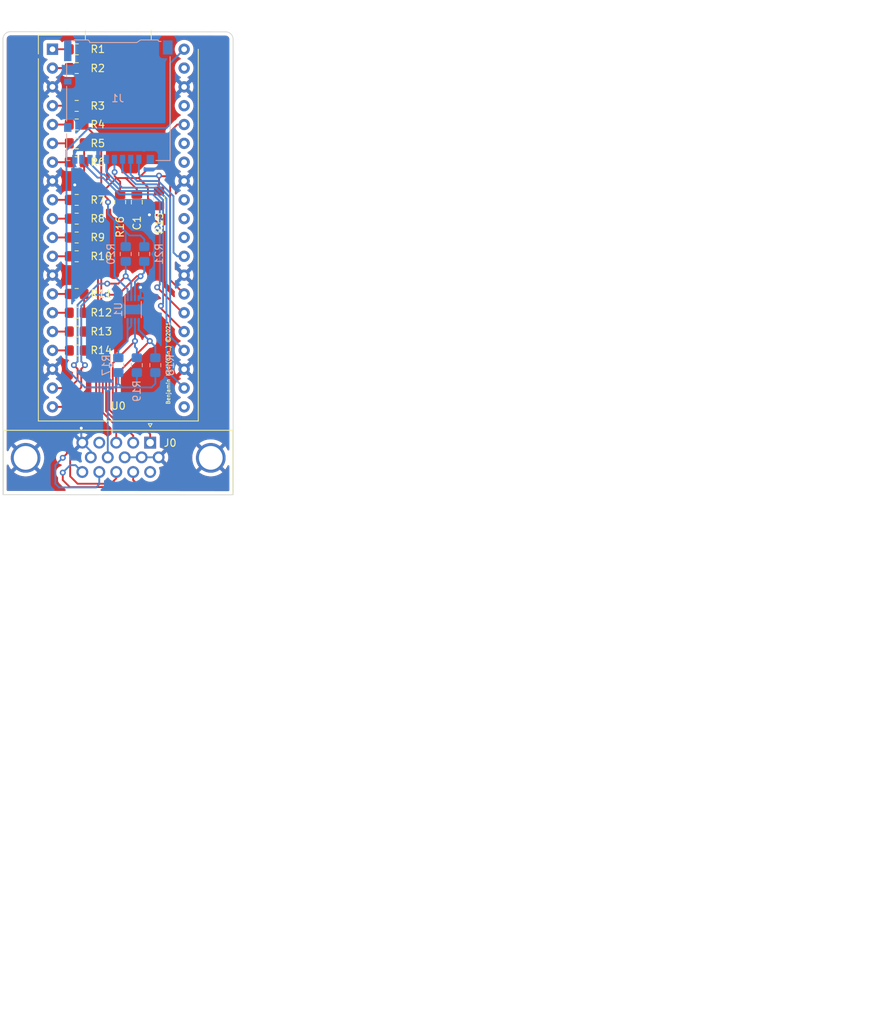
<source format=kicad_pcb>
(kicad_pcb (version 20201220) (generator pcbnew)
  (layers (0 "F.Cu" signal) (31 "B.Cu" signal) (34 "B.Paste" user) (35 "F.Paste" user) (36 "B.SilkS" user "B.Silkscreen") (37 "F.SilkS" user "F.Silkscreen") (38 "B.Mask" user) (39 "F.Mask" user) (44 "Edge.Cuts" user))
  (net 0 "")
  (net 1 "GND")
  (net 2 "+3V3")
  (net 3 "VSYNC")
  (net 4 "HSYNC")
  (net 5 "GP19")
  (net 6 "GP17")
  (net 7 "GP18")
  (net 8 "VGA_B")
  (net 9 "VGA_G")
  (net 10 "VGA_R")
  (net 11 "R0")
  (net 12 "R1")
  (net 13 "R2")
  (net 14 "R3")
  (net 15 "G0")
  (net 16 "G1")
  (net 17 "G2")
  (net 18 "G3")
  (net 19 "B0")
  (net 20 "B1")
  (net 21 "B2")
  (net 22 "B3")
  (net 23 "+5V")
  (net 24 "DCC5VDAT")
  (net 25 "no_connect_42")
  (net 26 "no_connect_41")
  (net 27 "no_connect_40")
  (net 28 "no_connect_39")
  (net 29 "no_connect_38")
  (net 30 "no_connect_37")
  (net 31 "no_connect_36")
  (net 32 "no_connect_35")
  (net 33 "no_connect_34")
  (net 34 "DCC5VCLK")
  (net 35 "Net-(U0-Pad16)")
  (net 36 "Net-(U0-Pad17)")
  (net 37 "Net-(U1-Pad7)")
  (net 38 "DCC3V3DAT")
  (net 39 "DCC3V3CLK")
  (net 40 "GP22")
  (net 41 "GP21")
  (net 42 "GP20")
  (net 43 "no_connect_43")
  (footprint "Resistor_SMD:R_0805_2012Metric_Pad1.20x1.40mm_HandSolder" (layer "F.Cu") (at 163.380343 98.426662)
    (fp_text reference "R12" (at 3.319657 -0.016662) (layer "F.SilkS"))
    (fp_text value "500")
    (pad "1" smd roundrect (at -1 0) (size 1.2 1.4) (layers "F.Cu" "F.Paste" "F.Mask") (roundrect_rratio 0.2083333333333333) (net 22 "B3"))
    (pad "2" smd roundrect (at 1 0) (size 1.2 1.4) (layers "F.Cu" "F.Paste" "F.Mask") (roundrect_rratio 0.2083333333333333) (net 8 "VGA_B"))
  )
  (footprint "Resistor_SMD:R_0805_2012Metric_Pad1.20x1.40mm_HandSolder" (layer "F.Cu") (at 163.383744 100.964363 180)
    (fp_text reference "R13" (at -3.316256 0.004363) (layer "F.SilkS"))
    (fp_text value "50")
    (pad "1" smd roundrect (at -1 0 180) (size 1.2 1.4) (layers "F.Cu" "F.Paste" "F.Mask") (roundrect_rratio 0.2083333333333333) (net 4 "HSYNC"))
    (pad "2" smd roundrect (at 1 0 180) (size 1.2 1.4) (layers "F.Cu" "F.Paste" "F.Mask") (roundrect_rratio 0.2083333333333333) (net 35 "Net-(U0-Pad16)"))
  )
  (footprint "Resistor_SMD:R_0805_2012Metric_Pad1.20x1.40mm_HandSolder" (layer "F.Cu") (at 163.37539 78.108531)
    (fp_text reference "R6" (at 2.84461 -0.008531) (layer "F.SilkS"))
    (fp_text value "2k")
    (pad "1" smd roundrect (at -1 0) (size 1.2 1.4) (layers "F.Cu" "F.Paste" "F.Mask") (roundrect_rratio 0.2083333333333333) (net 16 "G1"))
    (pad "2" smd roundrect (at 1 0) (size 1.2 1.4) (layers "F.Cu" "F.Paste" "F.Mask") (roundrect_rratio 0.2083333333333333) (net 9 "VGA_G"))
  )
  (footprint "Resistor_SMD:R_0805_2012Metric_Pad1.20x1.40mm_HandSolder" (layer "F.Cu") (at 163.383299 85.730358)
    (fp_text reference "R8" (at 2.836701 -0.000358) (layer "F.SilkS"))
    (fp_text value "499")
    (pad "1" smd roundrect (at -1 0) (size 1.2 1.4) (layers "F.Cu" "F.Paste" "F.Mask") (roundrect_rratio 0.2083333333333333) (net 18 "G3"))
    (pad "2" smd roundrect (at 1 0) (size 1.2 1.4) (layers "F.Cu" "F.Paste" "F.Mask") (roundrect_rratio 0.2083333333333333) (net 9 "VGA_G"))
  )
  (footprint "Resistor_SMD:R_0805_2012Metric_Pad1.20x1.40mm_HandSolder" (layer "F.Cu") (at 163.378463 73.019919)
    (fp_text reference "R4" (at 2.841537 0.000081) (layer "F.SilkS"))
    (fp_text value "500")
    (pad "1" smd roundrect (at -1 0) (size 1.2 1.4) (layers "F.Cu" "F.Paste" "F.Mask") (roundrect_rratio 0.2083333333333333) (net 14 "R3"))
    (pad "2" smd roundrect (at 1 0) (size 1.2 1.4) (layers "F.Cu" "F.Paste" "F.Mask") (roundrect_rratio 0.2083333333333333) (net 10 "VGA_R"))
  )
  (footprint "Resistor_SMD:R_0805_2012Metric_Pad1.20x1.40mm_HandSolder" (layer "F.Cu") (at 163.379298 95.886606)
    (fp_text reference "R11" (at 3.320702 0.003394) (layer "F.SilkS"))
    (fp_text value "1k")
    (pad "1" smd roundrect (at -1 0) (size 1.2 1.4) (layers "F.Cu" "F.Paste" "F.Mask") (roundrect_rratio 0.2083333333333333) (net 21 "B2"))
    (pad "2" smd roundrect (at 1 0) (size 1.2 1.4) (layers "F.Cu" "F.Paste" "F.Mask") (roundrect_rratio 0.2083333333333333) (net 8 "VGA_B"))
  )
  (footprint "Capacitor_SMD:C_0805_2012Metric_Pad1.18x1.45mm_HandSolder" (layer "F.Cu") (at 171.5 83.5 -90)
    (fp_text reference "C1" (at 2.82 -0.02 90) (layer "F.SilkS"))
    (fp_text value "10u")
    (pad "1" smd roundrect (at -1.0375 0 270) (size 1.175 1.45) (layers "F.Cu" "F.Paste" "F.Mask") (roundrect_rratio 0.2127659574468085) (net 2 "+3V3"))
    (pad "2" smd roundrect (at 1.0375 0 270) (size 1.175 1.45) (layers "F.Cu" "F.Paste" "F.Mask") (roundrect_rratio 0.2127659574468085) (net 1 "GND"))
  )
  (footprint "pico:raspberrypi-pico-module" (layer "F.Cu") (at 169 87)
    (fp_text reference "U0" (at 0 24) (layer "F.SilkS"))
    (fp_text value "PICO_RP2040")
    (pad "1" thru_hole rect (at -8.89 -24.13) (size 1.524 1.524) (drill 0.762) (layers *.Cu *.Mask) (net 11 "R0"))
    (pad "2" thru_hole circle (at -8.89 -21.59) (size 1.524 1.524) (drill 0.762) (layers *.Cu *.Mask) (net 12 "R1"))
    (pad "3" thru_hole circle (at -8.89 -19.05) (size 1.524 1.524) (drill 0.762) (layers *.Cu *.Mask) (net 1 "GND"))
    (pad "4" thru_hole circle (at -8.89 -16.51) (size 1.524 1.524) (drill 0.762) (layers *.Cu *.Mask) (net 13 "R2"))
    (pad "5" thru_hole circle (at -8.89 -13.97) (size 1.524 1.524) (drill 0.762) (layers *.Cu *.Mask) (net 14 "R3"))
    (pad "6" thru_hole circle (at -8.89 -11.43) (size 1.524 1.524) (drill 0.762) (layers *.Cu *.Mask) (net 15 "G0"))
    (pad "7" thru_hole circle (at -8.89 -8.89) (size 1.524 1.524) (drill 0.762) (layers *.Cu *.Mask) (net 16 "G1"))
    (pad "8" thru_hole circle (at -8.89 -6.35) (size 1.524 1.524) (drill 0.762) (layers *.Cu *.Mask) (net 1 "GND"))
    (pad "9" thru_hole circle (at -8.89 -3.81) (size 1.524 1.524) (drill 0.762) (layers *.Cu *.Mask) (net 17 "G2"))
    (pad "10" thru_hole circle (at -8.89 -1.27) (size 1.524 1.524) (drill 0.762) (layers *.Cu *.Mask) (net 18 "G3"))
    (pad "11" thru_hole circle (at -8.89 1.27) (size 1.524 1.524) (drill 0.762) (layers *.Cu *.Mask) (net 19 "B0"))
    (pad "12" thru_hole circle (at -8.89 3.81) (size 1.524 1.524) (drill 0.762) (layers *.Cu *.Mask) (net 20 "B1"))
    (pad "13" thru_hole circle (at -8.89 6.35) (size 1.524 1.524) (drill 0.762) (layers *.Cu *.Mask) (net 1 "GND"))
    (pad "14" thru_hole circle (at -8.89 8.89) (size 1.524 1.524) (drill 0.762) (layers *.Cu *.Mask) (net 21 "B2"))
    (pad "15" thru_hole circle (at -8.89 11.43) (size 1.524 1.524) (drill 0.762) (layers *.Cu *.Mask) (net 22 "B3"))
    (pad "16" thru_hole circle (at -8.89 13.97) (size 1.524 1.524) (drill 0.762) (layers *.Cu *.Mask) (net 35 "Net-(U0-Pad16)"))
    (pad "17" thru_hole circle (at -8.89 16.51) (size 1.524 1.524) (drill 0.762) (layers *.Cu *.Mask) (net 36 "Net-(U0-Pad17)"))
    (pad "18" thru_hole circle (at -8.89 19.05) (size 1.524 1.524) (drill 0.762) (layers *.Cu *.Mask) (net 1 "GND"))
    (pad "19" thru_hole circle (at -8.89 21.59) (size 1.524 1.524) (drill 0.762) (layers *.Cu *.Mask) (net 38 "DCC3V3DAT"))
    (pad "20" thru_hole circle (at -8.89 24.13) (size 1.524 1.524) (drill 0.762) (layers *.Cu *.Mask) (net 39 "DCC3V3CLK"))
    (pad "21" thru_hole circle (at 8.89 24.13) (size 1.524 1.524) (drill 0.762) (layers *.Cu *.Mask) (net 31 "no_connect_36"))
    (pad "22" thru_hole circle (at 8.89 21.59) (size 1.524 1.524) (drill 0.762) (layers *.Cu *.Mask) (net 6 "GP17"))
    (pad "23" thru_hole circle (at 8.89 19.05) (size 1.524 1.524) (drill 0.762) (layers *.Cu *.Mask) (net 1 "GND"))
    (pad "24" thru_hole circle (at 8.89 16.51) (size 1.524 1.524) (drill 0.762) (layers *.Cu *.Mask) (net 7 "GP18"))
    (pad "25" thru_hole circle (at 8.89 13.97) (size 1.524 1.524) (drill 0.762) (layers *.Cu *.Mask) (net 5 "GP19"))
    (pad "26" thru_hole circle (at 8.89 11.43) (size 1.524 1.524) (drill 0.762) (layers *.Cu *.Mask) (net 42 "GP20"))
    (pad "27" thru_hole circle (at 8.89 8.89) (size 1.524 1.524) (drill 0.762) (layers *.Cu *.Mask) (net 41 "GP21"))
    (pad "28" thru_hole circle (at 8.89 6.35) (size 1.524 1.524) (drill 0.762) (layers *.Cu *.Mask) (net 1 "GND"))
    (pad "29" thru_hole circle (at 8.89 3.81) (size 1.524 1.524) (drill 0.762) (layers *.Cu *.Mask) (net 40 "GP22"))
    (pad "30" thru_hole circle (at 8.89 1.27) (size 1.524 1.524) (drill 0.762) (layers *.Cu *.Mask) (net 30 "no_connect_37"))
    (pad "31" thru_hole circle (at 8.89 -1.27) (size 1.524 1.524) (drill 0.762) (layers *.Cu *.Mask) (net 29 "no_connect_38"))
    (pad "32" thru_hole circle (at 8.89 -3.81) (size 1.524 1.524) (drill 0.762) (layers *.Cu *.Mask) (net 28 "no_connect_39"))
    (pad "33" thru_hole circle (at 8.89 -6.35) (size 1.524 1.524) (drill 0.762) (layers *.Cu *.Mask) (net 1 "GND"))
    (pad "34" thru_hole circle (at 8.89 -8.89) (size 1.524 1.524) (drill 0.762) (layers *.Cu *.Mask) (net 27 "no_connect_40"))
    (pad "35" thru_hole circle (at 8.89 -11.43) (size 1.524 1.524) (drill 0.762) (layers *.Cu *.Mask) (net 26 "no_connect_41"))
    (pad "36" thru_hole circle (at 8.89 -13.97) (size 1.524 1.524) (drill 0.762) (layers *.Cu *.Mask) (net 2 "+3V3"))
    (pad "37" thru_hole circle (at 8.89 -16.51) (size 1.524 1.524) (drill 0.762) (layers *.Cu *.Mask) (net 25 "no_connect_42"))
    (pad "38" thru_hole circle (at 8.89 -19.05) (size 1.524 1.524) (drill 0.762) (layers *.Cu *.Mask) (net 1 "GND"))
    (pad "39" thru_hole circle (at 8.89 -21.59) (size 1.524 1.524) (drill 0.762) (layers *.Cu *.Mask) (net 43 "no_connect_43"))
    (pad "40" thru_hole circle (at 8.89 -24.13) (size 1.524 1.524) (drill 0.762) (layers *.Cu *.Mask) (net 23 "+5V"))
  )
  (footprint "Resistor_SMD:R_0805_2012Metric_Pad1.20x1.40mm_HandSolder" (layer "F.Cu") (at 169.25 83.5 -90)
    (fp_text reference "R16" (at 3.35 0.02 90) (layer "F.SilkS"))
    (fp_text value "10k")
    (pad "1" smd roundrect (at -1 0 270) (size 1.2 1.4) (layers "F.Cu" "F.Paste" "F.Mask") (roundrect_rratio 0.2083333333333333) (net 2 "+3V3"))
    (pad "2" smd roundrect (at 1 0 270) (size 1.2 1.4) (layers "F.Cu" "F.Paste" "F.Mask") (roundrect_rratio 0.2083333333333333) (net 42 "GP20"))
  )
  (footprint "Connector_Dsub:DSUB-15-HD_Female_Horizontal_P2.29x1.98mm_EdgePinOffset3.03mm_Housed_MountingHolesOffset4.94mm" (layer "F.Cu") (at 173.3 115.96)
    (fp_text reference "J0" (at 2.7 0.04) (layer "F.SilkS"))
    (fp_text value "VGA_FEMALE")
    (pad "0" thru_hole circle (at -16.815 2.05) (size 4 4) (drill 3.2) (layers *.Cu *.Mask) (net 1 "GND"))
    (pad "0" thru_hole circle (at 8.185 2.05) (size 4 4) (drill 3.2) (layers *.Cu *.Mask) (net 1 "GND"))
    (pad "1" thru_hole rect (at 0 0) (size 1.6 1.6) (drill 1) (layers *.Cu *.Mask) (net 10 "VGA_R"))
    (pad "2" thru_hole circle (at -2.29 0) (size 1.6 1.6) (drill 1) (layers *.Cu *.Mask) (net 9 "VGA_G"))
    (pad "3" thru_hole circle (at -4.58 0) (size 1.6 1.6) (drill 1) (layers *.Cu *.Mask) (net 8 "VGA_B"))
    (pad "4" thru_hole circle (at -6.87 0) (size 1.6 1.6) (drill 1) (layers *.Cu *.Mask) (net 32 "no_connect_35"))
    (pad "5" thru_hole circle (at -9.16 0) (size 1.6 1.6) (drill 1) (layers *.Cu *.Mask) (net 1 "GND"))
    (pad "6" thru_hole circle (at 1.145 1.98) (size 1.6 1.6) (drill 1) (layers *.Cu *.Mask) (net 1 "GND"))
    (pad "7" thru_hole circle (at -1.145 1.98) (size 1.6 1.6) (drill 1) (layers *.Cu *.Mask) (net 1 "GND"))
    (pad "8" thru_hole circle (at -3.435 1.98) (size 1.6 1.6) (drill 1) (layers *.Cu *.Mask) (net 1 "GND"))
    (pad "9" thru_hole circle (at -5.725 1.98) (size 1.6 1.6) (drill 1) (layers *.Cu *.Mask) (net 23 "+5V"))
    (pad "10" thru_hole circle (at -8.015 1.98) (size 1.6 1.6) (drill 1) (layers *.Cu *.Mask) (net 1 "GND"))
    (pad "11" thru_hole circle (at 0 3.96) (size 1.6 1.6) (drill 1) (layers *.Cu *.Mask) (net 33 "no_connect_34"))
    (pad "12" thru_hole circle (at -2.29 3.96) (size 1.6 1.6) (drill 1) (layers *.Cu *.Mask) (net 24 "DCC5VDAT"))
    (pad "13" thru_hole circle (at -4.58 3.96) (size 1.6 1.6) (drill 1) (layers *.Cu *.Mask) (net 4 "HSYNC"))
    (pad "14" thru_hole circle (at -6.87 3.96) (size 1.6 1.6) (drill 1) (layers *.Cu *.Mask) (net 3 "VSYNC"))
    (pad "15" thru_hole circle (at -9.16 3.96) (size 1.6 1.6) (drill 1) (layers *.Cu *.Mask) (net 34 "DCC5VCLK"))
  )
  (footprint "Resistor_SMD:R_0805_2012Metric_Pad1.20x1.40mm_HandSolder" (layer "F.Cu") (at 163.382505 65.410218)
    (fp_text reference "R2" (at 2.837495 0.029782) (layer "F.SilkS"))
    (fp_text value "2k")
    (pad "1" smd roundrect (at -1 0) (size 1.2 1.4) (layers "F.Cu" "F.Paste" "F.Mask") (roundrect_rratio 0.2083333333333333) (net 12 "R1"))
    (pad "2" smd roundrect (at 1 0) (size 1.2 1.4) (layers "F.Cu" "F.Paste" "F.Mask") (roundrect_rratio 0.2083333333333333) (net 10 "VGA_R"))
  )
  (footprint "Resistor_SMD:R_0805_2012Metric_Pad1.20x1.40mm_HandSolder" (layer "F.Cu") (at 163.39009 103.521542)
    (fp_text reference "R14" (at 3.30991 -0.031542) (layer "F.SilkS"))
    (fp_text value "50")
    (pad "1" smd roundrect (at -1 0) (size 1.2 1.4) (layers "F.Cu" "F.Paste" "F.Mask") (roundrect_rratio 0.2083333333333333) (net 36 "Net-(U0-Pad17)"))
    (pad "2" smd roundrect (at 1 0) (size 1.2 1.4) (layers "F.Cu" "F.Paste" "F.Mask") (roundrect_rratio 0.2083333333333333) (net 3 "VSYNC"))
  )
  (footprint "Resistor_SMD:R_0805_2012Metric_Pad1.20x1.40mm_HandSolder" (layer "F.Cu") (at 163.382505 70.515877)
    (fp_text reference "R3" (at 2.837495 0.004123) (layer "F.SilkS"))
    (fp_text value "1k")
    (pad "1" smd roundrect (at -1 0) (size 1.2 1.4) (layers "F.Cu" "F.Paste" "F.Mask") (roundrect_rratio 0.2083333333333333) (net 13 "R2"))
    (pad "2" smd roundrect (at 1 0) (size 1.2 1.4) (layers "F.Cu" "F.Paste" "F.Mask") (roundrect_rratio 0.2083333333333333) (net 10 "VGA_R"))
  )
  (footprint "Resistor_SMD:R_0805_2012Metric_Pad1.20x1.40mm_HandSolder" (layer "F.Cu") (at 163.381824 90.808651)
    (fp_text reference "R10" (at 3.318176 0.001349) (layer "F.SilkS"))
    (fp_text value "2k")
    (pad "1" smd roundrect (at -1 0) (size 1.2 1.4) (layers "F.Cu" "F.Paste" "F.Mask") (roundrect_rratio 0.2083333333333333) (net 20 "B1"))
    (pad "2" smd roundrect (at 1 0) (size 1.2 1.4) (layers "F.Cu" "F.Paste" "F.Mask") (roundrect_rratio 0.2083333333333333) (net 8 "VGA_B"))
  )
  (footprint "Resistor_SMD:R_0805_2012Metric_Pad1.20x1.40mm_HandSolder" (layer "F.Cu") (at 163.382505 62.880196)
    (fp_text reference "R1" (at 2.847495 -0.020196) (layer "F.SilkS"))
    (fp_text value "4k")
    (pad "1" smd roundrect (at -1 0) (size 1.2 1.4) (layers "F.Cu" "F.Paste" "F.Mask") (roundrect_rratio 0.2083333333333333) (net 11 "R0"))
    (pad "2" smd roundrect (at 1 0) (size 1.2 1.4) (layers "F.Cu" "F.Paste" "F.Mask") (roundrect_rratio 0.2083333333333333) (net 10 "VGA_R"))
  )
  (footprint "Resistor_SMD:R_0805_2012Metric_Pad1.20x1.40mm_HandSolder" (layer "F.Cu") (at 163.386041 75.569627)
    (fp_text reference "R5" (at 2.843959 0.000373) (layer "F.SilkS"))
    (fp_text value "4k")
    (pad "1" smd roundrect (at -1 0) (size 1.2 1.4) (layers "F.Cu" "F.Paste" "F.Mask") (roundrect_rratio 0.2083333333333333) (net 15 "G0"))
    (pad "2" smd roundrect (at 1 0) (size 1.2 1.4) (layers "F.Cu" "F.Paste" "F.Mask") (roundrect_rratio 0.2083333333333333) (net 9 "VGA_G"))
  )
  (footprint "Resistor_SMD:R_0805_2012Metric_Pad1.20x1.40mm_HandSolder" (layer "F.Cu") (at 163.379871 83.198224)
    (fp_text reference "R7" (at 2.840129 0.011776) (layer "F.SilkS"))
    (fp_text value "1k")
    (pad "1" smd roundrect (at -1 0) (size 1.2 1.4) (layers "F.Cu" "F.Paste" "F.Mask") (roundrect_rratio 0.2083333333333333) (net 17 "G2"))
    (pad "2" smd roundrect (at 1 0) (size 1.2 1.4) (layers "F.Cu" "F.Paste" "F.Mask") (roundrect_rratio 0.2083333333333333) (net 9 "VGA_G"))
  )
  (footprint "Resistor_SMD:R_0805_2012Metric_Pad1.20x1.40mm_HandSolder" (layer "F.Cu") (at 163.380037 88.273194)
    (fp_text reference "R9" (at 2.839963 -0.013194) (layer "F.SilkS"))
    (fp_text value "4k")
    (pad "1" smd roundrect (at -1 0) (size 1.2 1.4) (layers "F.Cu" "F.Paste" "F.Mask") (roundrect_rratio 0.2083333333333333) (net 19 "B0"))
    (pad "2" smd roundrect (at 1 0) (size 1.2 1.4) (layers "F.Cu" "F.Paste" "F.Mask") (roundrect_rratio 0.2083333333333333) (net 8 "VGA_B"))
  )
  (footprint "Resistor_SMD:R_0805_2012Metric_Pad1.20x1.40mm_HandSolder" (layer "F.Cu") (at 174.5 83 90)
    (fp_text reference "R15" (at -3.34 0.03 90) (layer "F.SilkS"))
    (fp_text value "10k")
    (pad "1" smd roundrect (at -1 0 90) (size 1.2 1.4) (layers "F.Cu" "F.Paste" "F.Mask") (roundrect_rratio 0.2083333333333333) (net 2 "+3V3"))
    (pad "2" smd roundrect (at 1 0 90) (size 1.2 1.4) (layers "F.Cu" "F.Paste" "F.Mask") (roundrect_rratio 0.2083333333333333) (net 41 "GP21"))
  )
  (footprint "Package_SO:VSSOP-8_2.3x2mm_P0.5mm" (layer "B.Cu") (at 171 98 -90)
    (fp_text reference "U1" (at 0 2 90) (layer "B.SilkS") (effects (justify mirror)))
    (fp_text value "PCA9306DC")
    (pad "1" smd rect (at -1.55 0.75) (size 0.3 0.8) (layers "B.Cu" "B.Paste" "B.Mask") (net 2 "+3V3"))
    (pad "2" smd rect (at -1.55 0.25) (size 0.3 0.8) (layers "B.Cu" "B.Paste" "B.Mask") (net 38 "DCC3V3DAT"))
    (pad "3" smd rect (at -1.55 -0.25) (size 0.3 0.8) (layers "B.Cu" "B.Paste" "B.Mask") (net 39 "DCC3V3CLK"))
    (pad "4" smd rect (at -1.55 -0.75) (size 0.3 0.8) (layers "B.Cu" "B.Paste" "B.Mask") (net 1 "GND"))
    (pad "5" smd rect (at 1.55 -0.75) (size 0.3 0.8) (layers "B.Cu" "B.Paste" "B.Mask") (net 34 "DCC5VCLK"))
    (pad "6" smd rect (at 1.55 -0.25) (size 0.3 0.8) (layers "B.Cu" "B.Paste" "B.Mask") (net 24 "DCC5VDAT"))
    (pad "7" smd rect (at 1.55 0.25) (size 0.3 0.8) (layers "B.Cu" "B.Paste" "B.Mask") (net 37 "Net-(U1-Pad7)"))
    (pad "8" smd rect (at 1.55 0.75) (size 0.3 0.8) (layers "B.Cu" "B.Paste" "B.Mask") (net 37 "Net-(U1-Pad7)"))
  )
  (footprint "Connector_Card:microSD_HC_Hirose_DM3AT-SF-PEJM5" (layer "B.Cu") (at 169 70)
    (fp_text reference "J1" (at -0.075 -0.5) (layer "B.SilkS") (effects (justify mirror)))
    (fp_text value "Micro_SD_Card")
    (pad "1" smd rect (at 2.775 7.725) (size 0.7 1.2) (layers "B.Cu" "B.Paste" "B.Mask") (net 41 "GP21"))
    (pad "2" smd rect (at 1.675 7.725) (size 0.7 1.2) (layers "B.Cu" "B.Paste" "B.Mask") (net 40 "GP22"))
    (pad "3" smd rect (at 0.575 7.725) (size 0.7 1.2) (layers "B.Cu" "B.Paste" "B.Mask") (net 7 "GP18"))
    (pad "4" smd rect (at -0.525 7.725) (size 0.7 1.2) (layers "B.Cu" "B.Paste" "B.Mask") (net 2 "+3V3"))
    (pad "5" smd rect (at -1.625 7.725) (size 0.7 1.2) (layers "B.Cu" "B.Paste" "B.Mask") (net 6 "GP17"))
    (pad "6" smd rect (at -2.725 7.725) (size 0.7 1.2) (layers "B.Cu" "B.Paste" "B.Mask") (net 1 "GND"))
    (pad "7" smd rect (at -3.825 7.725) (size 0.7 1.2) (layers "B.Cu" "B.Paste" "B.Mask") (net 5 "GP19"))
    (pad "8" smd rect (at -4.925 7.725) (size 0.7 1.2) (layers "B.Cu" "B.Paste" "B.Mask") (net 42 "GP20"))
    (pad "9" smd rect (at -5.875 7.725) (size 0.7 1.2) (layers "B.Cu" "B.Paste" "B.Mask") (net 1 "GND"))
    (pad "10" smd rect (at -6.825 -2.775) (size 1 0.8) (layers "B.Cu" "B.Paste" "B.Mask"))
    (pad "11" smd rect (at 6.675 -7.375) (size 1.3 1.9) (layers "B.Cu" "B.Paste" "B.Mask"))
    (pad "11" smd rect (at -6.825 3.425) (size 1 1.2) (layers "B.Cu" "B.Paste" "B.Mask"))
    (pad "11" smd rect (at 4.325 7.725) (size 1 1.2) (layers "B.Cu" "B.Paste" "B.Mask"))
    (pad "11" smd rect (at -6.825 -6.925) (size 1 2.8) (layers "B.Cu" "B.Paste" "B.Mask"))
  )
  (footprint "Resistor_SMD:R_0805_2012Metric_Pad1.20x1.40mm_HandSolder" (layer "B.Cu") (at 172.5 90.5 -90)
    (fp_text reference "R21" (at 0 -2 -90) (layer "B.SilkS") (effects (justify mirror)))
    (fp_text value "10k")
    (pad "1" smd roundrect (at -1 0 270) (size 1.2 1.4) (layers "B.Cu" "B.Paste" "B.Mask") (roundrect_rratio 0.208333) (net 2 "+3V3"))
    (pad "2" smd roundrect (at 1 0 270) (size 1.2 1.4) (layers "B.Cu" "B.Paste" "B.Mask") (roundrect_rratio 0.208333) (net 39 "DCC3V3CLK"))
  )
  (footprint "Resistor_SMD:R_0805_2012Metric_Pad1.20x1.40mm_HandSolder" (layer "B.Cu") (at 169 105.5 -90)
    (fp_text reference "R17" (at 0 1.65 90) (layer "B.SilkS") (effects (justify mirror)))
    (fp_text value "200k")
    (pad "1" smd roundrect (at -1 0 270) (size 1.2 1.4) (layers "B.Cu" "B.Paste" "B.Mask") (roundrect_rratio 0.208333) (net 37 "Net-(U1-Pad7)"))
    (pad "2" smd roundrect (at 1 0 270) (size 1.2 1.4) (layers "B.Cu" "B.Paste" "B.Mask") (roundrect_rratio 0.208333) (net 23 "+5V"))
  )
  (footprint "Resistor_SMD:R_0805_2012Metric_Pad1.20x1.40mm_HandSolder" (layer "B.Cu") (at 174 105.5 -90)
    (fp_text reference "R19" (at 3.5 2.5 90) (layer "B.SilkS") (effects (justify mirror)))
    (fp_text value "10k")
    (pad "1" smd roundrect (at -1 0 270) (size 1.2 1.4) (layers "B.Cu" "B.Paste" "B.Mask") (roundrect_rratio 0.208333) (net 34 "DCC5VCLK"))
    (pad "2" smd roundrect (at 1 0 270) (size 1.2 1.4) (layers "B.Cu" "B.Paste" "B.Mask") (roundrect_rratio 0.208333) (net 23 "+5V"))
  )
  (footprint "Resistor_SMD:R_0805_2012Metric_Pad1.20x1.40mm_HandSolder" (layer "B.Cu") (at 171.5 105.5 90)
    (fp_text reference "R18" (at 0 4.5 90) (layer "B.SilkS") (effects (justify mirror)))
    (fp_text value "10k")
    (pad "1" smd roundrect (at -1 0 90) (size 1.2 1.4) (layers "B.Cu" "B.Paste" "B.Mask") (roundrect_rratio 0.208333) (net 23 "+5V"))
    (pad "2" smd roundrect (at 1 0 90) (size 1.2 1.4) (layers "B.Cu" "B.Paste" "B.Mask") (roundrect_rratio 0.208333) (net 24 "DCC5VDAT"))
  )
  (footprint "Resistor_SMD:R_0805_2012Metric_Pad1.20x1.40mm_HandSolder" (layer "B.Cu") (at 170 90.5 90)
    (fp_text reference "R20" (at 0 -2 90) (layer "B.SilkS") (effects (justify mirror)))
    (fp_text value "10k")
    (pad "1" smd roundrect (at -1 0 90) (size 1.2 1.4) (layers "B.Cu" "B.Paste" "B.Mask") (roundrect_rratio 0.208333) (net 38 "DCC3V3DAT"))
    (pad "2" smd roundrect (at 1 0 90) (size 1.2 1.4) (layers "B.Cu" "B.Paste" "B.Mask") (roundrect_rratio 0.208333) (net 2 "+3V3"))
  )
  (gr_arc (start 183.499335 61.52278) (end 184.499335 61.52278) (angle -90) (layer "Edge.Cuts") (width 0.1))
  (gr_line (start 153.423404 122.97681) (end 153.423404 61.5) (layer "Edge.Cuts") (width 0.1))
  (gr_line (start 154.423404 60.5) (end 183.5 60.52319) (layer "Edge.Cuts") (width 0.1))
  (gr_line (start 184.5 123) (end 184.5 61.5) (layer "Edge.Cuts") (width 0.1))
  (gr_arc (start 154.424328 61.498635) (end 154.424328 60.498635) (angle -90) (layer "Edge.Cuts") (width 0.1))
  (gr_line (start 153.423404 122.97681) (end 184.5 123) (layer "Edge.Cuts") (width 0.1))
  (gr_text "Benjamin Kyd (b3n_) ©2021" (at 175.74 105.24 90) (layer "F.SilkS") (effects (font (size 0.5 0.5) (thickness 0.1))))
  (segment (start 171.5 84.5375) (end 172.523468 84.5375) (width 0.25) (layer "F.Cu") (net 1))
  (segment (start 172.523468 84.5375) (end 173.197119 85.211151) (width 0.25) (layer "F.Cu") (net 1))
  (via (at 164 114) (size 0.8) (drill 0.4) (layers "F.Cu" "B.Cu") (net 1))
  (via (at 163.11946 81.178525) (size 0.8) (drill 0.4) (layers "F.Cu" "B.Cu") (net 1))
  (via (at 172 95) (size 0.8) (drill 0.4) (layers "F.Cu" "B.Cu") (net 1))
  (via (at 173.197119 85.211151) (size 0.8) (drill 0.4) (layers "F.Cu" "B.Cu") (net 1))
  (segment (start 172 95) (end 172 96.2) (width 0.25) (layer "B.Cu") (net 1))
  (segment (start 164 115) (end 164 114) (width 0.25) (layer "B.Cu") (net 1))
  (segment (start 172 96.2) (end 171.75 96.45) (width 0.25) (layer "B.Cu") (net 1))
  (segment (start 165.285 117.105) (end 164.14 115.96) (width 0.25) (layer "B.Cu") (net 1))
  (segment (start 163.125 81.172985) (end 163.11946 81.178525) (width 0.25) (layer "B.Cu") (net 1))
  (segment (start 164 115.82) (end 164 114) (width 0.25) (layer "B.Cu") (net 1))
  (segment (start 165.285 117.94) (end 165.285 117.105) (width 0.25) (layer "B.Cu") (net 1))
  (segment (start 172.155 117.94) (end 169.865 117.94) (width 0.25) (layer "B.Cu") (net 1))
  (segment (start 164.14 115.96) (end 164 115.82) (width 0.25) (layer "B.Cu") (net 1))
  (segment (start 174.445 117.94) (end 172.155 117.94) (width 0.25) (layer "B.Cu") (net 1))
  (segment (start 163.125 77.725) (end 163.125 81.172985) (width 0.25) (layer "B.Cu") (net 1))
  (segment (start 173 79) (end 175.5 79) (width 0.25) (layer "F.Cu") (net 2))
  (segment (start 175.5 79) (end 176 78.5) (width 0.25) (layer "F.Cu") (net 2))
  (segment (start 171.75 80.25) (end 173 79) (width 0.25) (layer "F.Cu") (net 2))
  (segment (start 171.5 81.75) (end 171.5 82.4625) (width 0.25) (layer "F.Cu") (net 2))
  (segment (start 168.75 80.25) (end 170 80.25) (width 0.25) (layer "F.Cu") (net 2))
  (segment (start 168.5 80) (end 168.75 80.25) (width 0.25) (layer "F.Cu") (net 2))
  (segment (start 176 74) (end 176.97 73.03) (width 0.25) (layer "F.Cu") (net 2))
  (segment (start 167.15004 81.84996) (end 168.75 80.25) (width 0.25) (layer "F.Cu") (net 2))
  (segment (start 170 80.25) (end 171.5 81.75) (width 0.25) (layer "F.Cu") (net 2))
  (segment (start 167.609999 83.5) (end 167.609999 83.109999) (width 0.25) (layer "F.Cu") (net 2))
  (segment (start 172 80.5) (end 172.5 81) (width 0.25) (layer "F.Cu") (net 2))
  (segment (start 170 80.25) (end 171.75 80.25) (width 0.25) (layer "F.Cu") (net 2))
  (segment (start 174 84) (end 174.5 84) (width 0.25) (layer "F.Cu") (net 2))
  (segment (start 169.25 80.75) (end 169.25 82.5) (width 0.25) (layer "F.Cu") (net 2))
  (segment (start 176.97 73.03) (end 177.89 73.03) (width 0.25) (layer "F.Cu") (net 2))
  (segment (start 173 83) (end 174 84) (width 0.25) (layer "F.Cu") (net 2))
  (segment (start 167.609999 83.109999) (end 167.15004 82.65004) (width 0.25) (layer "F.Cu") (net 2))
  (segment (start 168.75 80.25) (end 169.25 80.75) (width 0.25) (layer "F.Cu") (net 2))
  (segment (start 167.15004 82.65004) (end 167.15004 81.84996) (width 0.25) (layer "F.Cu") (net 2))
  (segment (start 168.5 79.45) (end 168.5 80) (width 0.25) (layer "F.Cu") (net 2))
  (segment (start 171.75 80.25) (end 172 80.5) (width 0.25) (layer "F.Cu") (net 2))
  (segment (start 176 78.5) (end 176 74) (width 0.25) (layer "F.Cu") (net 2))
  (segment (start 173 81.5) (end 173 83) (width 0.25) (layer "F.Cu") (net 2))
  (segment (start 172 80.5) (end 173 81.5) (width 0.25) (layer "F.Cu") (net 2))
  (via (at 168.5 79.45) (size 0.8) (drill 0.4) (layers "F.Cu" "B.Cu") (net 2))
  (via (at 167.609999 83.5) (size 0.8) (drill 0.4) (layers "F.Cu" "B.Cu") (net 2))
  (segment (start 172 88) (end 172.5 88.5) (width 0.25) (layer "B.Cu") (net 2))
  (segment (start 170 87.5) (end 170 89.5) (width 0.25) (layer "B.Cu") (net 2))
  (segment (start 168.5 86) (end 168.5 93.5) (width 0.25) (layer "B.Cu") (net 2))
  (segment (start 167.609999 85.109999) (end 168.5 86) (width 0.25) (layer "B.Cu") (net 2))
  (segment (start 170.25 95.25) (end 170.25 96.25) (width 0.25) (layer "B.Cu") (net 2))
  (segment (start 170.25 96.25) (end 170.25 96.45) (width 0.25) (layer "B.Cu") (net 2))
  (segment (start 168.5 86) (end 170 87.5) (width 0.25) (layer "B.Cu") (net 2))
  (segment (start 168.475 79.425) (end 168.5 79.45) (width 0.25) (layer "B.Cu") (net 2))
  (segment (start 167.609999 83.5) (end 167.609999 85.109999) (width 0.25) (layer "B.Cu") (net 2))
  (segment (start 170.5 88) (end 172 88) (width 0.25) (layer "B.Cu") (net 2))
  (segment (start 172.5 88.5) (end 172.5 89.5) (width 0.25) (layer "B.Cu") (net 2))
  (segment (start 170 87.5) (end 170.5 88) (width 0.25) (layer "B.Cu") (net 2))
  (segment (start 170.25 95.75) (end 170.25 96.25) (width 0.25) (layer "B.Cu") (net 2))
  (segment (start 168.475 77.725) (end 168.475 79.425) (width 0.25) (layer "B.Cu") (net 2))
  (segment (start 168.5 93.5) (end 170.25 95.25) (width 0.25) (layer "B.Cu") (net 2))
  (segment (start 165 112.25) (end 163.590728 112.25) (width 0.25) (layer "F.Cu") (net 3))
  (segment (start 165.271542 103.521542) (end 166 104.25) (width 0.25) (layer "F.Cu") (net 3))
  (segment (start 163.590728 112.25) (end 162.04998 113.790748) (width 0.25) (layer "F.Cu") (net 3))
  (segment (start 166 111.25) (end 165 112.25) (width 0.25) (layer "F.Cu") (net 3))
  (segment (start 162.04998 113.790748) (end 162.04998 117.45002) (width 0.25) (layer "F.Cu") (net 3))
  (segment (start 164.39009 103.521542) (end 165.271542 103.521542) (width 0.25) (layer "F.Cu") (net 3))
  (segment (start 162.04998 117.45002) (end 161.5 118) (width 0.25) (layer "F.Cu") (net 3))
  (segment (start 166 104.25) (end 166 111.25) (width 0.25) (layer "F.Cu") (net 3))
  (via (at 161.5 118) (size 0.8) (drill 0.4) (layers "F.Cu" "B.Cu") (net 3))
  (segment (start 160.5 119) (end 160.5 121.5) (width 0.25) (layer "B.Cu") (net 3))
  (segment (start 161.5 118) (end 160.5 119) (width 0.25) (layer "B.Cu") (net 3))
  (segment (start 161 122) (end 166 122) (width 0.25) (layer "B.Cu") (net 3))
  (segment (start 166 122) (end 166.43 121.57) (width 0.25) (layer "B.Cu") (net 3))
  (segment (start 160.5 121.5) (end 161 122) (width 0.25) (layer "B.Cu") (net 3))
  (segment (start 166.43 121.57) (end 166.43 119.92) (width 0.25) (layer "B.Cu") (net 3))
  (segment (start 163.5 121.5) (end 168 121.5) (width 0.25) (layer "F.Cu") (net 4))
  (segment (start 166.450019 111.436405) (end 165.186404 112.70002) (width 0.25) (layer "F.Cu") (net 4))
  (segment (start 164.383744 100.964363) (end 166 102.580619) (width 0.25) (layer "F.Cu") (net 4))
  (segment (start 166 103.613576) (end 166.45002 104.063596) (width 0.25) (layer "F.Cu") (net 4))
  (segment (start 165.186404 112.70002) (end 163.777132 112.70002) (width 0.25) (layer "F.Cu") (net 4))
  (segment (start 162.5 113.977152) (end 162.500001 120.500001) (width 0.25) (layer "F.Cu") (net 4))
  (segment (start 166.45002 104.063596) (end 166.450019 111.436405) (width 0.25) (layer "F.Cu") (net 4))
  (segment (start 162.500001 120.500001) (end 163.5 121.5) (width 0.25) (layer "F.Cu") (net 4))
  (segment (start 168 121.5) (end 168.72 120.78) (width 0.25) (layer "F.Cu") (net 4))
  (segment (start 163.777132 112.70002) (end 162.5 113.977152) (width 0.25) (layer "F.Cu") (net 4))
  (segment (start 166 102.580619) (end 166 103.613576) (width 0.25) (layer "F.Cu") (net 4))
  (segment (start 168.72 120.78) (end 168.72 119.92) (width 0.25) (layer "F.Cu") (net 4))
  (segment (start 174.75 97.5) (end 174.75 97.83) (width 0.25) (layer "F.Cu") (net 5))
  (segment (start 174.75 97.83) (end 177.89 100.97) (width 0.25) (layer "F.Cu") (net 5))
  (via (at 174.75 97.5) (size 0.8) (drill 0.4) (layers "F.Cu" "B.Cu") (net 5))
  (segment (start 167.090559 79.75) (end 169.340619 82.00006) (width 0.25) (layer "B.Cu") (net 5))
  (segment (start 175.04998 97.20002) (end 174.75 97.5) (width 0.25) (layer "B.Cu") (net 5))
  (segment (start 165.175 78.25) (end 166.675 79.75) (width 0.25) (layer "B.Cu") (net 5))
  (segment (start 175.04998 83.209252) (end 175.04998 97.20002) (width 0.25) (layer "B.Cu") (net 5))
  (segment (start 173.840788 82.00006) (end 175.04998 83.209252) (width 0.25) (layer "B.Cu") (net 5))
  (segment (start 166.675 79.75) (end 167.090559 79.75) (width 0.25) (layer "B.Cu") (net 5))
  (segment (start 169.340619 82.00006) (end 173.840788 82.00006) (width 0.25) (layer "B.Cu") (net 5))
  (segment (start 167.375 77.725) (end 167.375 79.398017) (width 0.25) (layer "B.Cu") (net 6))
  (segment (start 174.027192 81.55004) (end 175.5 83.022848) (width 0.25) (layer "B.Cu") (net 6))
  (segment (start 175.5 106.2) (end 177.89 108.59) (width 0.25) (layer "B.Cu") (net 6))
  (segment (start 175.5 83.022848) (end 175.5 106.2) (width 0.25) (layer "B.Cu") (net 6))
  (segment (start 167.375 79.398017) (end 169.527023 81.55004) (width 0.25) (layer "B.Cu") (net 6))
  (segment (start 169.527023 81.55004) (end 174.027192 81.55004) (width 0.25) (layer "B.Cu") (net 6))
  (segment (start 169.575 77.725) (end 169.575 78.16002) (width 0.25) (layer "B.Cu") (net 7))
  (segment (start 171.363596 81.10002) (end 174.213596 81.10002) (width 0.25) (layer "B.Cu") (net 7))
  (segment (start 174.213596 81.10002) (end 176 82.886424) (width 0.25) (layer "B.Cu") (net 7))
  (segment (start 176 82.886424) (end 176 101.62) (width 0.25) (layer "B.Cu") (net 7))
  (segment (start 169.575 79.311424) (end 171.363596 81.10002) (width 0.25) (layer "B.Cu") (net 7))
  (segment (start 169.575 77.725) (end 169.575 79.311424) (width 0.25) (layer "B.Cu") (net 7))
  (segment (start 176 101.62) (end 177.89 103.51) (width 0.25) (layer "B.Cu") (net 7))
  (segment (start 168.72 113.72) (end 168.72 115.96) (width 0.25) (layer "F.Cu") (net 8))
  (segment (start 165.426662 98.426662) (end 166.5 99.5) (width 0.25) (layer "F.Cu") (net 8))
  (segment (start 166.90004 111.90004) (end 168.72 113.72) (width 0.25) (layer "F.Cu") (net 8))
  (segment (start 166.5 103.477152) (end 166.90004 103.877192) (width 0.25) (layer "F.Cu") (net 8))
  (segment (start 164.379298 95.886606) (end 164.379298 98.425617) (width 0.25) (layer "F.Cu") (net 8))
  (segment (start 164.381824 95.88408) (end 164.379298 95.886606) (width 0.25) (layer "F.Cu") (net 8))
  (segment (start 164.380037 88.273194) (end 164.380037 90.806864) (width 0.25) (layer "F.Cu") (net 8))
  (segment (start 166.5 99.5) (end 166.5 103.477152) (width 0.25) (layer "F.Cu") (net 8))
  (segment (start 164.380343 98.426662) (end 165.426662 98.426662) (width 0.25) (layer "F.Cu") (net 8))
  (segment (start 164.381824 90.808651) (end 164.381824 95.88408) (width 0.25) (layer "F.Cu") (net 8))
  (segment (start 166.90004 103.877192) (end 166.90004 111.90004) (width 0.25) (layer "F.Cu") (net 8))
  (segment (start 164.380037 90.806864) (end 164.381824 90.808651) (width 0.25) (layer "F.Cu") (net 8))
  (segment (start 164.379298 98.425617) (end 164.380343 98.426662) (width 0.25) (layer "F.Cu") (net 8))
  (segment (start 166.95002 103.290748) (end 167.35006 103.690788) (width 0.25) (layer "F.Cu") (net 9))
  (segment (start 169.533596 113.533596) (end 171.01 115.01) (width 0.25) (layer "F.Cu") (net 9))
  (segment (start 171.01 115.01) (end 171.01 115.96) (width 0.25) (layer "F.Cu") (net 9))
  (segment (start 169.17002 113.533596) (end 169.533596 113.533596) (width 0.25) (layer "F.Cu") (net 9))
  (segment (start 164.37539 78.108531) (end 164.37539 83.193743) (width 0.25) (layer "F.Cu") (net 9))
  (segment (start 167.35006 111.713636) (end 169.17002 113.533596) (width 0.25) (layer "F.Cu") (net 9))
  (segment (start 164.379871 83.198224) (end 164.379871 85.72693) (width 0.25) (layer "F.Cu") (net 9))
  (segment (start 164.386041 75.569627) (end 164.386041 78.09788) (width 0.25) (layer "F.Cu") (net 9))
  (segment (start 166.25 87) (end 166.25 98.613576) (width 0.25) (layer "F.Cu") (net 9))
  (segment (start 164.379871 85.72693) (end 164.383299 85.730358) (width 0.25) (layer "F.Cu") (net 9))
  (segment (start 164.980358 85.730358) (end 166.25 87) (width 0.25) (layer "F.Cu") (net 9))
  (segment (start 166.95002 99.313596) (end 166.95002 103.290748) (width 0.25) (layer "F.Cu") (net 9))
  (segment (start 164.37539 83.193743) (end 164.379871 83.198224) (width 0.25) (layer "F.Cu") (net 9))
  (segment (start 164.386041 78.09788) (end 164.37539 78.108531) (width 0.25) (layer "F.Cu") (net 9))
  (segment (start 166.25 98.613576) (end 166.95002 99.313596) (width 0.25) (layer "F.Cu") (net 9))
  (segment (start 167.35006 103.690788) (end 167.35006 111.713636) (width 0.25) (layer "F.Cu") (net 9))
  (segment (start 164.383299 85.730358) (end 164.980358 85.730358) (width 0.25) (layer "F.Cu") (net 9))
  (segment (start 164.382505 62.880196) (end 164.382505 65.410218) (width 0.25) (layer "F.Cu") (net 10))
  (segment (start 167.40004 103.104344) (end 167.400039 99.127191) (width 0.25) (layer "F.Cu") (net 10))
  (segment (start 167.400039 99.127191) (end 166.70002 98.427172) (width 0.25) (layer "F.Cu") (net 10))
  (segment (start 169.72 113.083576) (end 169.356424 113.083576) (width 0.25) (layer "F.Cu") (net 10))
  (segment (start 164.378463 73.019919) (end 164.378463 70.519919) (width 0.25) (layer "F.Cu") (net 10))
  (segment (start 167.800079 103.504383) (end 167.40004 103.104344) (width 0.25) (layer "F.Cu") (net 10))
  (segment (start 164.378463 70.519919) (end 164.382505 70.515877) (width 0.25) (layer "F.Cu") (net 10))
  (segment (start 172.5 114) (end 170.636424 114) (width 0.25) (layer "F.Cu") (net 10))
  (segment (start 166.70002 75.341476) (end 164.378463 73.019919) (width 0.25) (layer "F.Cu") (net 10))
  (segment (start 173.3 115.96) (end 173.3 114.8) (width 0.25) (layer "F.Cu") (net 10))
  (segment (start 164.382505 70.515877) (end 164.382505 65.410218) (width 0.25) (layer "F.Cu") (net 10))
  (segment (start 166.70002 98.427172) (end 166.70002 75.341476) (width 0.25) (layer "F.Cu") (net 10))
  (segment (start 169.356424 113.083576) (end 167.800079 111.527231) (width 0.25) (layer "F.Cu") (net 10))
  (segment (start 170.636424 114) (end 169.72 113.083576) (width 0.25) (layer "F.Cu") (net 10))
  (segment (start 167.800079 111.527231) (end 167.800079 103.504383) (width 0.25) (layer "F.Cu") (net 10))
  (segment (start 173.3 114.8) (end 172.5 114) (width 0.25) (layer "F.Cu") (net 10))
  (segment (start 160.11 62.87) (end 162.372309 62.87) (width 0.25) (layer "F.Cu") (net 11))
  (segment (start 162.372309 62.87) (end 162.382505 62.880196) (width 0.25) (layer "F.Cu") (net 11))
  (segment (start 162.382287 65.41) (end 162.382505 65.410218) (width 0.25) (layer "F.Cu") (net 12))
  (segment (start 160.11 65.41) (end 162.382287 65.41) (width 0.25) (layer "F.Cu") (net 12))
  (segment (start 160.11 70.49) (end 162.356628 70.49) (width 0.25) (layer "F.Cu") (net 13))
  (segment (start 162.356628 70.49) (end 162.382505 70.515877) (width 0.25) (layer "F.Cu") (net 13))
  (segment (start 162.368382 73.03) (end 162.378463 73.019919) (width 0.25) (layer "F.Cu") (net 14))
  (segment (start 160.11 73.03) (end 162.368382 73.03) (width 0.25) (layer "F.Cu") (net 14))
  (segment (start 160.11 75.57) (end 162.385668 75.57) (width 0.25) (layer "F.Cu") (net 15))
  (segment (start 162.385668 75.57) (end 162.386041 75.569627) (width 0.25) (layer "F.Cu") (net 15))
  (segment (start 162.373921 78.11) (end 162.37539 78.108531) (width 0.25) (layer "F.Cu") (net 16))
  (segment (start 160.11 78.11) (end 162.373921 78.11) (width 0.25) (layer "F.Cu") (net 16))
  (segment (start 160.11 83.19) (end 162.371647 83.19) (width 0.25) (layer "F.Cu") (net 17))
  (segment (start 162.371647 83.19) (end 162.379871 83.198224) (width 0.25) (layer "F.Cu") (net 17))
  (segment (start 160.11 85.73) (end 162.382941 85.73) (width 0.25) (layer "F.Cu") (net 18))
  (segment (start 162.382941 85.73) (end 162.383299 85.730358) (width 0.25) (layer "F.Cu") (net 18))
  (segment (start 162.376843 88.27) (end 162.380037 88.273194) (width 0.25) (layer "F.Cu") (net 19))
  (segment (start 160.11 88.27) (end 162.376843 88.27) (width 0.25) (layer "F.Cu") (net 19))
  (segment (start 162.380475 90.81) (end 162.381824 90.808651) (width 0.25) (layer "F.Cu") (net 20))
  (segment (start 160.11 90.81) (end 162.380475 90.81) (width 0.25) (layer "F.Cu") (net 20))
  (segment (start 160.11 95.89) (end 162.375904 95.89) (width 0.25) (layer "F.Cu") (net 21))
  (segment (start 162.375904 95.89) (end 162.379298 95.886606) (width 0.25) (layer "F.Cu") (net 21))
  (segment (start 160.11 98.43) (end 162.377005 98.43) (width 0.25) (layer "F.Cu") (net 22))
  (segment (start 162.377005 98.43) (end 162.380343 98.426662) (width 0.25) (layer "F.Cu") (net 22))
  (segment (start 175.5 73.5) (end 165 73.5) (width 0.25) (layer "B.Cu") (net 23))
  (segment (start 162 106) (end 164.5 108.5) (width 0.25) (layer "B.Cu") (net 23))
  (segment (start 173.5 108.5) (end 174 108) (width 0.25) (layer "B.Cu") (net 23))
  (segment (start 167.575 117.94) (end 167.575 109.075) (width 0.25) (layer "B.Cu") (net 23))
  (segment (start 174 108) (end 174 106.5) (width 0.25) (layer "B.Cu") (net 23))
  (segment (start 171.5 108) (end 171 108.5) (width 0.25) (layer "B.Cu") (net 23))
  (segment (start 171.5 106.5) (end 171.5 108) (width 0.25) (layer "B.Cu") (net 23))
  (segment (start 168.5 108.5) (end 169.5 108.5) (width 0.25) (layer "B.Cu") (net 23))
  (segment (start 168.15 108.5) (end 168.5 108.5) (width 0.25) (layer "B.Cu") (net 23))
  (segment (start 172 108.5) (end 173.5 108.5) (width 0.25) (layer "B.Cu") (net 23))
  (segment (start 162 76.5) (end 162 106) (width 0.25) (layer "B.Cu") (net 23))
  (segment (start 176 73) (end 175.5 73.5) (width 0.25) (layer "B.Cu") (net 23))
  (segment (start 177.89 62.87) (end 176 64.760001) (width 0.25) (layer "B.Cu") (net 23))
  (segment (start 176 64.760001) (end 176 73) (width 0.25) (layer "B.Cu") (net 23))
  (segment (start 169 108) (end 169 106.5) (width 0.25) (layer "B.Cu") (net 23))
  (segment (start 169.5 108.5) (end 172 108.5) (width 0.25) (layer "B.Cu") (net 23))
  (segment (start 168.5 108.5) (end 169 108) (width 0.25) (layer "B.Cu") (net 23))
  (segment (start 171.5 108) (end 172 108.5) (width 0.25) (layer "B.Cu") (net 23))
  (segment (start 169 108) (end 169.5 108.5) (width 0.25) (layer "B.Cu") (net 23))
  (segment (start 164.5 108.5) (end 167 108.5) (width 0.25) (layer "B.Cu") (net 23))
  (segment (start 165 73.5) (end 162 76.5) (width 0.25) (layer "B.Cu") (net 23))
  (segment (start 167.575 109.075) (end 167 108.5) (width 0.25) (layer "B.Cu") (net 23))
  (segment (start 167 108.5) (end 168.5 108.5) (width 0.25) (layer "B.Cu") (net 23))
  (segment (start 167.575 109.075) (end 168.15 108.5) (width 0.25) (layer "B.Cu") (net 23))
  (segment (start 169 107.5) (end 169 106.5) (width 0.25) (layer "B.Cu") (net 23))
  (segment (start 171.01 121.01) (end 171.01 119.92) (width 0.25) (layer "F.Cu") (net 24))
  (segment (start 176.5 121.5) (end 171.5 121.5) (width 0.25) (layer "F.Cu") (net 24))
  (segment (start 177 121) (end 176.5 121.5) (width 0.25) (layer "F.Cu") (net 24))
  (segment (start 168.250099 105.249901) (end 168.250099 111.250099) (width 0.25) (layer "F.Cu") (net 24))
  (segment (start 171.5 121.5) (end 171.01 121.01) (width 0.25) (layer "F.Cu") (net 24))
  (segment (start 176 113.5) (end 177 114.5) (width 0.25) (layer "F.Cu") (net 24))
  (segment (start 169.633556 112.633556) (end 170.133556 112.633556) (width 0.25) (layer "F.Cu") (net 24))
  (segment (start 177 114.5) (end 177 121) (width 0.25) (layer "F.Cu") (net 24))
  (segment (start 168.250099 111.250099) (end 169.633556 112.633556) (width 0.25) (layer "F.Cu") (net 24))
  (segment (start 171.25 102.25) (end 168.250099 105.249901) (width 0.25) (layer "F.Cu") (net 24))
  (segment (start 170.133556 112.633556) (end 171 113.5) (width 0.25) (layer "F.Cu") (net 24))
  (segment (start 171 113.5) (end 176 113.5) (width 0.25) (layer "F.Cu") (net 24))
  (via (at 171.25 102.25) (size 0.8) (drill 0.4) (layers "F.Cu" "B.Cu") (net 24))
  (segment (start 171.25 102.25) (end 171.25 99.55) (width 0.25) (layer "B.Cu") (net 24))
  (segment (start 171.5 103.287285) (end 171.25 103.037285) (width 0.25) (layer "B.Cu") (net 24))
  (segment (start 171.5 104.5) (end 171.5 103.287285) (width 0.25) (layer "B.Cu") (net 24))
  (segment (start 171.25 103.037285) (end 171.25 102.25) (width 0.25) (layer "B.Cu") (net 24))
  (segment (start 168.700119 111.063695) (end 169.81996 112.183536) (width 0.25) (layer "F.Cu") (net 34))
  (segment (start 162.45002 121.95002) (end 161.5 121) (width 0.25) (layer "F.Cu") (net 34))
  (segment (start 176.686404 121.95002) (end 162.45002 121.95002) (width 0.25) (layer "F.Cu") (net 34))
  (segment (start 170.319961 112.183537) (end 171.186404 113.04998) (width 0.25) (layer "F.Cu") (net 34))
  (segment (start 177.45002 114.313596) (end 177.45002 121.186404) (width 0.25) (layer "F.Cu") (net 34))
  (segment (start 169.81996 112.183536) (end 170.319961 112.183537) (width 0.25) (layer "F.Cu") (net 34))
  (segment (start 168.700119 106.799881) (end 168.700119 111.063695) (width 0.25) (layer "F.Cu") (net 34))
  (segment (start 171.186404 113.04998) (end 176.186405 113.049981) (width 0.25) (layer "F.Cu") (net 34))
  (segment (start 161.5 121) (end 161.5 120) (width 0.25) (layer "F.Cu") (net 34))
  (segment (start 173.25 102.25) (end 168.700119 106.799881) (width 0.25) (layer "F.Cu") (net 34))
  (segment (start 176.186405 113.049981) (end 177.45002 114.313596) (width 0.25) (layer "F.Cu") (net 34))
  (segment (start 177.45002 121.186404) (end 176.686404 121.95002) (width 0.25) (layer "F.Cu") (net 34))
  (via (at 173.25 102.25) (size 0.8) (drill 0.4) (layers "F.Cu" "B.Cu") (net 34))
  (via (at 161.5 120) (size 0.8) (drill 0.4) (layers "F.Cu" "B.Cu") (net 34))
  (segment (start 174 103) (end 173.25 102.25) (width 0.25) (layer "B.Cu") (net 34))
  (segment (start 162.5 119) (end 163.22 119) (width 0.25) (layer "B.Cu") (net 34))
  (segment (start 161.5 120) (end 162.5 119) (width 0.25) (layer "B.Cu") (net 34))
  (segment (start 173.25 102.25) (end 171.75 100.75) (width 0.25) (layer "B.Cu") (net 34))
  (segment (start 163.22 119) (end 164.14 119.92) (width 0.25) (layer "B.Cu") (net 34))
  (segment (start 174 104.5) (end 174 103) (width 0.25) (layer "B.Cu") (net 34))
  (segment (start 171.75 100.75) (end 171.75 99.55) (width 0.25) (layer "B.Cu") (net 34))
  (segment (start 160.11 100.97) (end 162.378107 100.97) (width 0.25) (layer "F.Cu") (net 35))
  (segment (start 162.378107 100.97) (end 162.383744 100.964363) (width 0.25) (layer "F.Cu") (net 35))
  (segment (start 160.11 103.51) (end 162.378548 103.51) (width 0.25) (layer "F.Cu") (net 36))
  (segment (start 162.378548 103.51) (end 162.39009 103.521542) (width 0.25) (layer "F.Cu") (net 36))
  (segment (start 170.25 100.75) (end 170.75 100.25) (width 0.25) (layer "B.Cu") (net 37))
  (segment (start 169 103.5) (end 170.25 102.25) (width 0.25) (layer "B.Cu") (net 37))
  (segment (start 170.25 102.25) (end 170.25 100.75) (width 0.25) (layer "B.Cu") (net 37))
  (segment (start 169 104.5) (end 169 103.5) (width 0.25) (layer "B.Cu") (net 37))
  (segment (start 170.25 100.75) (end 170.25 99.55) (width 0.25) (layer "B.Cu") (net 37))
  (segment (start 170.75 100.25) (end 170.75 99.55) (width 0.25) (layer "B.Cu") (net 37))
  (segment (start 163.5 107.5) (end 163.5 106) (width 0.25) (layer "F.Cu") (net 38))
  (segment (start 162.41 108.59) (end 163.5 107.5) (width 0.25) (layer "F.Cu") (net 38))
  (segment (start 167.5 94.5) (end 169 94.5) (width 0.25) (layer "F.Cu") (net 38))
  (segment (start 160.11 108.59) (end 162.41 108.59) (width 0.25) (layer "F.Cu") (net 38))
  (segment (start 163.5 106) (end 163 105.5) (width 0.25) (layer "F.Cu") (net 38))
  (segment (start 169 94.5) (end 170 93.5) (width 0.25) (layer "F.Cu") (net 38))
  (via (at 167.5 94.5) (size 0.8) (drill 0.4) (layers "F.Cu" "B.Cu") (net 38))
  (via (at 163 105.5) (size 0.8) (drill 0.4) (layers "F.Cu" "B.Cu") (net 38))
  (via (at 170 93.5) (size 0.8) (drill 0.4) (layers "F.Cu" "B.Cu") (net 38))
  (segment (start 170 93.5) (end 170.5 94) (width 0.25) (layer "B.Cu") (net 38))
  (segment (start 170 93.5) (end 170.75 94.25) (width 0.25) (layer "B.Cu") (net 38))
  (segment (start 170.75 94.25) (end 170.75 95.25) (width 0.25) (layer "B.Cu") (net 38))
  (segment (start 163.5 97.363576) (end 166.363576 94.5) (width 0.25) (layer "B.Cu") (net 38))
  (segment (start 170 91.5) (end 170 93.5) (width 0.25) (layer "B.Cu") (net 38))
  (segment (start 170.75 94.25) (end 170.75 96.45) (width 0.25) (layer "B.Cu") (net 38))
  (segment (start 166.363576 94.5) (end 167.5 94.5) (width 0.25) (layer "B.Cu") (net 38))
  (segment (start 163 105.5) (end 163.5 105) (width 0.25) (layer "B.Cu") (net 38))
  (segment (start 160.11 108.59) (end 160.27 108.75) (width 0.25) (layer "B.Cu") (net 38))
  (segment (start 163.5 105) (end 163.5 104) (width 0.25) (layer "B.Cu") (net 38))
  (segment (start 163.5 104) (end 163.5 97.363576) (width 0.25) (layer "B.Cu") (net 38))
  (segment (start 161.37 111.13) (end 164 108.5) (width 0.25) (layer "F.Cu") (net 39))
  (segment (start 169 96) (end 171.5 93.5) (width 0.25) (layer "F.Cu") (net 39))
  (segment (start 164 108.5) (end 164 106) (width 0.25) (layer "F.Cu") (net 39))
  (segment (start 167.5 96) (end 169 96) (width 0.25) (layer "F.Cu") (net 39))
  (segment (start 160.11 111.13) (end 161.37 111.13) (width 0.25) (layer "F.Cu") (net 39))
  (segment (start 164 106) (end 164.5 105.5) (width 0.25) (layer "F.Cu") (net 39))
  (segment (start 160.11 111.13) (end 160.87 111.13) (width 0.25) (layer "F.Cu") (net 39))
  (segment (start 171.5 93.5) (end 172 93.5) (width 0.25) (layer "F.Cu") (net 39))
  (via (at 172 93.5) (size 0.8) (drill 0.4) (layers "F.Cu" "B.Cu") (net 39))
  (via (at 167.5 96) (size 0.8) (drill 0.4) (layers "F.Cu" "B.Cu") (net 39))
  (via (at 164.5 105.5) (size 0.8) (drill 0.4) (layers "F.Cu" "B.Cu") (net 39))
  (segment (start 172.5 93) (end 172 93.5) (width 0.25) (layer "B.Cu") (net 39))
  (segment (start 172 93.5) (end 171.25 94.25) (width 0.25) (layer "B.Cu") (net 39))
  (segment (start 164.5 105.5) (end 164 105) (width 0.25) (layer "B.Cu") (net 39))
  (segment (start 164 97.5) (end 165.5 96) (width 0.25) (layer "B.Cu") (net 39))
  (segment (start 164 105) (end 164 104) (width 0.25) (layer "B.Cu") (net 39))
  (segment (start 172.5 91.5) (end 172.5 93) (width 0.25) (layer "B.Cu") (net 39))
  (segment (start 165.5 96) (end 167.5 96) (width 0.25) (layer "B.Cu") (net 39))
  (segment (start 164 104) (end 164 97.5) (width 0.25) (layer "B.Cu") (net 39))
  (segment (start 171.25 94.25) (end 171.25 96.45) (width 0.25) (layer "B.Cu") (net 39))
  (segment (start 170.65 79.75) (end 171.55 80.65) (width 0.25) (layer "B.Cu") (net 40))
  (segment (start 170.675 77.725) (end 170.675 78.16002) (width 0.25) (layer "B.Cu") (net 40))
  (segment (start 170.65 77.75) (end 170.65 79.75) (width 0.25) (layer "B.Cu") (net 40))
  (segment (start 176.45 90.3) (end 176.96 90.81) (width 0.25) (layer "B.Cu") (net 40))
  (segment (start 174.4 80.65) (end 176.45 82.7) (width 0.25) (layer "B.Cu") (net 40))
  (segment (start 176.45 82.7) (end 176.45 90.3) (width 0.25) (layer "B.Cu") (net 40))
  (segment (start 170.675 77.725) (end 170.65 77.75) (width 0.25) (layer "B.Cu") (net 40))
  (segment (start 171.55 80.65) (end 174.4 80.65) (width 0.25) (layer "B.Cu") (net 40))
  (segment (start 176.96 90.81) (end 177.89 90.81) (width 0.25) (layer "B.Cu") (net 40))
  (segment (start 175.5 80) (end 176 80.5) (width 0.25) (layer "F.Cu") (net 41))
  (segment (start 174.5 79.925) (end 174.575 80) (width 0.25) (layer "F.Cu") (net 41))
  (segment (start 174.575 80) (end 175.5 80) (width 0.25) (layer "F.Cu") (net 41))
  (segment (start 174.5 79.925) (end 174.5 82) (width 0.25) (layer "F.Cu") (net 41))
  (segment (start 176 94) (end 177.89 95.89) (width 0.25) (layer "F.Cu") (net 41))
  (segment (start 176 80.5) (end 176 94) (width 0.25) (layer "F.Cu") (net 41))
  (via (at 174.5 79.925) (size 0.8) (drill 0.4) (layers "F.Cu" "B.Cu") (net 41))
  (segment (start 174.425 80) (end 174.5 79.925) (width 0.25) (layer "B.Cu") (net 41))
  (segment (start 171.775 77.725) (end 171.775 77.86002) (width 0.25) (layer "B.Cu") (net 41))
  (segment (start 172 80) (end 174.425 80) (width 0.25) (layer "B.Cu") (net 41))
  (segment (start 171.775 77.725) (end 171.775 79.775) (width 0.25) (layer "B.Cu") (net 41))
  (segment (start 171.775 79.775) (end 172 80) (width 0.25) (layer "B.Cu") (net 41))
  (segment (start 174.025 86.025) (end 174.32498 86.32498) (width 0.25) (layer "F.Cu") (net 42))
  (segment (start 174.25 95) (end 177.68 98.43) (width 0.25) (layer "F.Cu") (net 42))
  (segment (start 174.32498 86.32498) (end 174.32498 87) (width 0.25) (layer "F.Cu") (net 42))
  (segment (start 177.68 98.43) (end 177.89 98.43) (width 0.25) (layer "F.Cu") (net 42))
  (segment (start 169.25 84.5) (end 170.775 86.025) (width 0.25) (layer "F.Cu") (net 42))
  (segment (start 170.775 86.025) (end 174.025 86.025) (width 0.25) (layer "F.Cu") (net 42))
  (via (at 174.25 95) (size 0.8) (drill 0.4) (layers "F.Cu" "B.Cu") (net 42))
  (via (at 174.32498 87) (size 0.8) (drill 0.4) (layers "F.Cu" "B.Cu") (net 42))
  (segment (start 173.654384 82.45008) (end 174.59996 83.395656) (width 0.25) (layer "B.Cu") (net 42))
  (segment (start 174.59996 87.65004) (end 174.59996 94.65004) (width 0.25) (layer "B.Cu") (net 42))
  (segment (start 169.154215 82.45008) (end 173.654384 82.45008) (width 0.25) (layer "B.Cu") (net 42))
  (segment (start 166.20002 80.20002) (end 166.904155 80.20002) (width 0.25) (layer "B.Cu") (net 42))
  (segment (start 174.59996 94.65004) (end 174.25 95) (width 0.25) (layer "B.Cu") (net 42))
  (segment (start 164.075 78.075) (end 166.20002 80.20002) (width 0.25) (layer "B.Cu") (net 42))
  (segment (start 174.59996 86.40004) (end 174.32498 86.67502) (width 0.25) (layer "B.Cu") (net 42))
  (segment (start 166.904155 80.20002) (end 169.154215 82.45008) (width 0.25) (layer "B.Cu") (net 42))
  (segment (start 164.075 77.725) (end 164.075 78.075) (width 0.25) (layer "B.Cu") (net 42))
  (segment (start 174.32498 86.67502) (end 174.32498 87.37506) (width 0.25) (layer "B.Cu") (net 42))
  (segment (start 174.32498 87.37506) (end 174.59996 87.65004) (width 0.25) (layer "B.Cu") (net 42))
  (segment (start 174.59996 83.395656) (end 174.59996 86.40004) (width 0.25) (layer "B.Cu") (net 42))
  (zone (net 1) (net_name "GND") (layers F&B.Cu) (connect_pads (clearance 0.508)) (min_thickness 0.254) (fill yes (thermal_gap 0.508) (thermal_bridge_width 0.508))
    (polygon (pts (xy 184.5 123) (xy 153.5 123) (xy 153.5 60.5) (xy 184.5 60.5)))
  )
)
</source>
